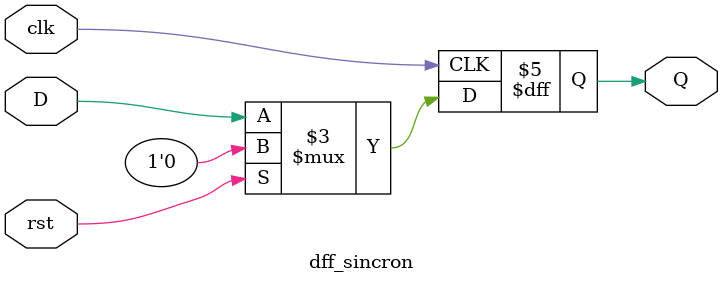
<source format=v>
module dff_asincron(
	input D,
	input clk,
	input rst,
	output reg Q);
	

always@(posedge clk or posedge rst)
begin
	if(rst)
	 Q <= 0;
	 else
	 Q <= D;
end

endmodule	 

module dff_sincron(
	input D,
	input clk,
	input rst,
	output reg Q);
	

always@(posedge clk)
begin
	if(rst)
	 Q <= 0;
	 else
	 Q <= D;
end

endmodule	 

</source>
